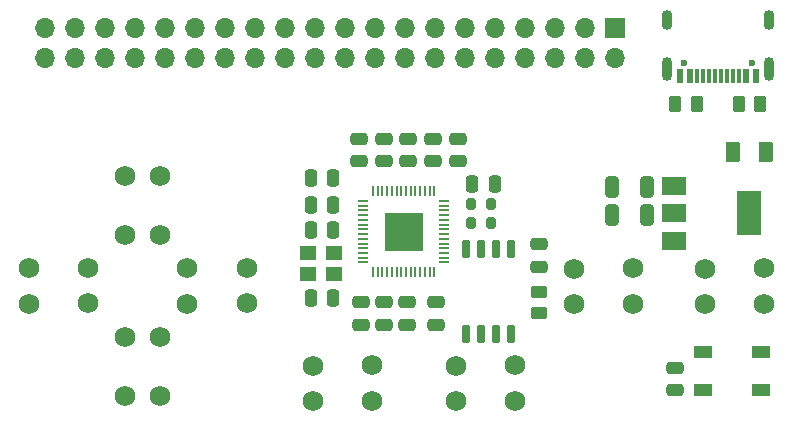
<source format=gbr>
%TF.GenerationSoftware,KiCad,Pcbnew,(6.0.8)*%
%TF.CreationDate,2022-10-11T12:28:16+11:00*%
%TF.ProjectId,PicoGamePad_V3_0_0_A,5069636f-4761-46d6-9550-61645f56335f,4.0.0 (Rev A)*%
%TF.SameCoordinates,Original*%
%TF.FileFunction,Soldermask,Bot*%
%TF.FilePolarity,Negative*%
%FSLAX46Y46*%
G04 Gerber Fmt 4.6, Leading zero omitted, Abs format (unit mm)*
G04 Created by KiCad (PCBNEW (6.0.8)) date 2022-10-11 12:28:16*
%MOMM*%
%LPD*%
G01*
G04 APERTURE LIST*
G04 Aperture macros list*
%AMRoundRect*
0 Rectangle with rounded corners*
0 $1 Rounding radius*
0 $2 $3 $4 $5 $6 $7 $8 $9 X,Y pos of 4 corners*
0 Add a 4 corners polygon primitive as box body*
4,1,4,$2,$3,$4,$5,$6,$7,$8,$9,$2,$3,0*
0 Add four circle primitives for the rounded corners*
1,1,$1+$1,$2,$3*
1,1,$1+$1,$4,$5*
1,1,$1+$1,$6,$7*
1,1,$1+$1,$8,$9*
0 Add four rect primitives between the rounded corners*
20,1,$1+$1,$2,$3,$4,$5,0*
20,1,$1+$1,$4,$5,$6,$7,0*
20,1,$1+$1,$6,$7,$8,$9,0*
20,1,$1+$1,$8,$9,$2,$3,0*%
G04 Aperture macros list end*
%ADD10C,1.750000*%
%ADD11R,1.700000X1.700000*%
%ADD12O,1.700000X1.700000*%
%ADD13RoundRect,0.200000X0.200000X0.275000X-0.200000X0.275000X-0.200000X-0.275000X0.200000X-0.275000X0*%
%ADD14R,2.000000X1.500000*%
%ADD15R,2.000000X3.800000*%
%ADD16RoundRect,0.250000X0.475000X-0.250000X0.475000X0.250000X-0.475000X0.250000X-0.475000X-0.250000X0*%
%ADD17RoundRect,0.150000X0.150000X-0.650000X0.150000X0.650000X-0.150000X0.650000X-0.150000X-0.650000X0*%
%ADD18RoundRect,0.250000X-0.475000X0.250000X-0.475000X-0.250000X0.475000X-0.250000X0.475000X0.250000X0*%
%ADD19R,1.500000X1.000000*%
%ADD20RoundRect,0.250000X0.250000X0.475000X-0.250000X0.475000X-0.250000X-0.475000X0.250000X-0.475000X0*%
%ADD21R,1.400000X1.200000*%
%ADD22RoundRect,0.250000X-0.250000X-0.475000X0.250000X-0.475000X0.250000X0.475000X-0.250000X0.475000X0*%
%ADD23RoundRect,0.250000X0.450000X-0.262500X0.450000X0.262500X-0.450000X0.262500X-0.450000X-0.262500X0*%
%ADD24RoundRect,0.250000X0.325000X0.650000X-0.325000X0.650000X-0.325000X-0.650000X0.325000X-0.650000X0*%
%ADD25RoundRect,0.250000X0.262500X0.450000X-0.262500X0.450000X-0.262500X-0.450000X0.262500X-0.450000X0*%
%ADD26RoundRect,0.050000X0.050000X-0.387500X0.050000X0.387500X-0.050000X0.387500X-0.050000X-0.387500X0*%
%ADD27RoundRect,0.050000X0.387500X-0.050000X0.387500X0.050000X-0.387500X0.050000X-0.387500X-0.050000X0*%
%ADD28R,3.200000X3.200000*%
%ADD29C,0.600000*%
%ADD30R,0.600000X1.160000*%
%ADD31R,0.300000X1.160000*%
%ADD32O,0.900000X1.700000*%
%ADD33O,0.900000X2.000000*%
%ADD34RoundRect,0.250000X0.375000X0.625000X-0.375000X0.625000X-0.375000X-0.625000X0.375000X-0.625000X0*%
%ADD35RoundRect,0.250000X-0.262500X-0.450000X0.262500X-0.450000X0.262500X0.450000X-0.262500X0.450000X0*%
G04 APERTURE END LIST*
D10*
%TO.C,SW6*%
X150500000Y-78150000D03*
X155500000Y-78100000D03*
X150500000Y-81100000D03*
X155500000Y-81100000D03*
%TD*%
%TO.C,SW5*%
X104350000Y-70300000D03*
X104400000Y-75300000D03*
X101400000Y-75300000D03*
X101400000Y-70300000D03*
%TD*%
%TO.C,SW1*%
X104350000Y-83900000D03*
X104400000Y-88900000D03*
X101400000Y-83900000D03*
X101400000Y-88900000D03*
%TD*%
%TO.C,SW2*%
X134460000Y-86300000D03*
X129460000Y-86350000D03*
X129460000Y-89300000D03*
X134460000Y-89300000D03*
%TD*%
%TO.C,SW8*%
X117300000Y-86350000D03*
X122300000Y-86300000D03*
X117300000Y-89300000D03*
X122300000Y-89300000D03*
%TD*%
%TO.C,SW3*%
X98300000Y-81050000D03*
X93300000Y-81100000D03*
X98300000Y-78100000D03*
X93300000Y-78100000D03*
%TD*%
%TO.C,SW7*%
X111700000Y-81050000D03*
X106700000Y-81100000D03*
X111700000Y-78100000D03*
X106700000Y-78100000D03*
%TD*%
%TO.C,SW4*%
X139450000Y-78150000D03*
X144450000Y-78100000D03*
X144450000Y-81100000D03*
X139450000Y-81100000D03*
%TD*%
D11*
%TO.C,J3*%
X142900000Y-57725000D03*
D12*
X142900000Y-60265000D03*
X140360000Y-57725000D03*
X140360000Y-60265000D03*
X137820000Y-57725000D03*
X137820000Y-60265000D03*
X135280000Y-57725000D03*
X135280000Y-60265000D03*
X132740000Y-57725000D03*
X132740000Y-60265000D03*
X130200000Y-57725000D03*
X130200000Y-60265000D03*
X127660000Y-57725000D03*
X127660000Y-60265000D03*
X125120000Y-57725000D03*
X125120000Y-60265000D03*
X122580000Y-57725000D03*
X122580000Y-60265000D03*
X120040000Y-57725000D03*
X120040000Y-60265000D03*
X117500000Y-57725000D03*
X117500000Y-60265000D03*
X114960000Y-57725000D03*
X114960000Y-60265000D03*
X112420000Y-57725000D03*
X112420000Y-60265000D03*
X109880000Y-57725000D03*
X109880000Y-60265000D03*
X107340000Y-57725000D03*
X107340000Y-60265000D03*
X104800000Y-57725000D03*
X104800000Y-60265000D03*
X102260000Y-57725000D03*
X102260000Y-60265000D03*
X99720000Y-57725000D03*
X99720000Y-60265000D03*
X97180000Y-57725000D03*
X97180000Y-60265000D03*
X94640000Y-57725000D03*
X94640000Y-60265000D03*
%TD*%
D13*
%TO.C,R3*%
X132375000Y-74250000D03*
X130725000Y-74250000D03*
%TD*%
D14*
%TO.C,U1*%
X147900000Y-75750000D03*
D15*
X154200000Y-73450000D03*
D14*
X147900000Y-73450000D03*
X147900000Y-71150000D03*
%TD*%
D13*
%TO.C,R2*%
X132375000Y-72650000D03*
X130725000Y-72650000D03*
%TD*%
D16*
%TO.C,C7*%
X136500000Y-77950000D03*
X136500000Y-76050000D03*
%TD*%
D17*
%TO.C,U3*%
X134065001Y-83632167D03*
X132795001Y-83632167D03*
X131525001Y-83632167D03*
X130255001Y-83632167D03*
X130255001Y-76432167D03*
X131525001Y-76432167D03*
X132795001Y-76432167D03*
X134065001Y-76432167D03*
%TD*%
D18*
%TO.C,C14*%
X123340188Y-80982082D03*
X123340188Y-82882082D03*
%TD*%
%TO.C,C18*%
X125320087Y-80982082D03*
X125320087Y-82882082D03*
%TD*%
D19*
%TO.C,LED1*%
X150375000Y-88425000D03*
X150375000Y-85225000D03*
X155275000Y-85225000D03*
X155275000Y-88425000D03*
%TD*%
D16*
%TO.C,C11*%
X123300000Y-69050000D03*
X123300000Y-67150000D03*
%TD*%
%TO.C,C15*%
X121200000Y-69050000D03*
X121200000Y-67150000D03*
%TD*%
D20*
%TO.C,C6*%
X119050000Y-74840000D03*
X117150000Y-74840000D03*
%TD*%
D21*
%TO.C,Y1*%
X119066177Y-78539441D03*
X116866177Y-78539441D03*
X116866177Y-76839441D03*
X119066177Y-76839441D03*
%TD*%
D20*
%TO.C,C5*%
X119050000Y-80600000D03*
X117150000Y-80600000D03*
%TD*%
D22*
%TO.C,C9*%
X130810003Y-70932167D03*
X132710003Y-70932167D03*
%TD*%
D23*
%TO.C,R6*%
X136500000Y-81912500D03*
X136500000Y-80087500D03*
%TD*%
D24*
%TO.C,C3*%
X145575000Y-73550000D03*
X142625000Y-73550000D03*
%TD*%
%TO.C,C2*%
X145575000Y-71250000D03*
X142625000Y-71250000D03*
%TD*%
D25*
%TO.C,R5*%
X149837500Y-64200000D03*
X148012500Y-64200000D03*
%TD*%
D20*
%TO.C,C17*%
X119057598Y-70476952D03*
X117157598Y-70476952D03*
%TD*%
D16*
%TO.C,C1*%
X147990000Y-88400000D03*
X147990000Y-86500000D03*
%TD*%
D20*
%TO.C,C10*%
X119057598Y-72739694D03*
X117157598Y-72739694D03*
%TD*%
D26*
%TO.C,U4*%
X127600000Y-78437500D03*
X127200000Y-78437500D03*
X126800000Y-78437500D03*
X126400000Y-78437500D03*
X126000000Y-78437500D03*
X125600000Y-78437500D03*
X125200000Y-78437500D03*
X124800000Y-78437500D03*
X124400000Y-78437500D03*
X124000000Y-78437500D03*
X123600000Y-78437500D03*
X123200000Y-78437500D03*
X122800000Y-78437500D03*
X122400000Y-78437500D03*
D27*
X121562500Y-77600000D03*
X121562500Y-77200000D03*
X121562500Y-76800000D03*
X121562500Y-76400000D03*
X121562500Y-76000000D03*
X121562500Y-75600000D03*
X121562500Y-75200000D03*
X121562500Y-74800000D03*
X121562500Y-74400000D03*
X121562500Y-74000000D03*
X121562500Y-73600000D03*
X121562500Y-73200000D03*
X121562500Y-72800000D03*
X121562500Y-72400000D03*
D26*
X122400000Y-71562500D03*
X122800000Y-71562500D03*
X123200000Y-71562500D03*
X123600000Y-71562500D03*
X124000000Y-71562500D03*
X124400000Y-71562500D03*
X124800000Y-71562500D03*
X125200000Y-71562500D03*
X125600000Y-71562500D03*
X126000000Y-71562500D03*
X126400000Y-71562500D03*
X126800000Y-71562500D03*
X127200000Y-71562500D03*
X127600000Y-71562500D03*
D27*
X128437500Y-72400000D03*
X128437500Y-72800000D03*
X128437500Y-73200000D03*
X128437500Y-73600000D03*
X128437500Y-74000000D03*
X128437500Y-74400000D03*
X128437500Y-74800000D03*
X128437500Y-75200000D03*
X128437500Y-75600000D03*
X128437500Y-76000000D03*
X128437500Y-76400000D03*
X128437500Y-76800000D03*
X128437500Y-77200000D03*
X128437500Y-77600000D03*
D28*
X125000000Y-75000000D03*
%TD*%
D29*
%TO.C,J1*%
X148735000Y-60750000D03*
X154515000Y-60750000D03*
D30*
X148425000Y-61810000D03*
X149225000Y-61810000D03*
D31*
X150375000Y-61810000D03*
X151375000Y-61810000D03*
X151875000Y-61810000D03*
X152875000Y-61810000D03*
D30*
X154025000Y-61810000D03*
X154825000Y-61810000D03*
X154825000Y-61810000D03*
X154025000Y-61810000D03*
D31*
X153375000Y-61810000D03*
X152375000Y-61810000D03*
X150875000Y-61810000D03*
X149875000Y-61810000D03*
D30*
X149225000Y-61810000D03*
X148425000Y-61810000D03*
D32*
X155945000Y-57060000D03*
D33*
X147305000Y-61230000D03*
X155945000Y-61230000D03*
D32*
X147305000Y-57060000D03*
%TD*%
D34*
%TO.C,F1*%
X155700000Y-68250000D03*
X152900000Y-68250000D03*
%TD*%
D35*
%TO.C,R1*%
X153377500Y-64200000D03*
X155202500Y-64200000D03*
%TD*%
D16*
%TO.C,C12*%
X125400000Y-69050000D03*
X125400000Y-67150000D03*
%TD*%
D18*
%TO.C,C13*%
X127760003Y-80979685D03*
X127760003Y-82879685D03*
%TD*%
%TO.C,C16*%
X121360289Y-80982082D03*
X121360289Y-82882082D03*
%TD*%
D16*
%TO.C,C4*%
X127500000Y-69050000D03*
X127500000Y-67150000D03*
%TD*%
%TO.C,C8*%
X129600000Y-69050000D03*
X129600000Y-67150000D03*
%TD*%
M02*

</source>
